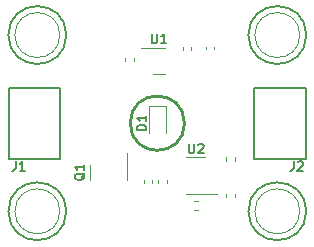
<source format=gbr>
%TF.GenerationSoftware,KiCad,Pcbnew,7.0.2-6a45011f42~172~ubuntu22.04.1*%
%TF.CreationDate,2023-09-15T13:09:00-07:00*%
%TF.ProjectId,i_control_led,695f636f-6e74-4726-9f6c-5f6c65642e6b,rev?*%
%TF.SameCoordinates,Original*%
%TF.FileFunction,Legend,Top*%
%TF.FilePolarity,Positive*%
%FSLAX46Y46*%
G04 Gerber Fmt 4.6, Leading zero omitted, Abs format (unit mm)*
G04 Created by KiCad (PCBNEW 7.0.2-6a45011f42~172~ubuntu22.04.1) date 2023-09-15 13:09:00*
%MOMM*%
%LPD*%
G01*
G04 APERTURE LIST*
%ADD10C,0.250000*%
%ADD11C,0.160000*%
%ADD12C,0.050000*%
%ADD13C,0.150000*%
%ADD14C,0.120000*%
G04 APERTURE END LIST*
D10*
X65000000Y-60000000D02*
G75*
G03*
X65000000Y-60000000I-2300000J0D01*
G01*
D11*
%TO.C,D1*%
X61770095Y-60590475D02*
X60970095Y-60590475D01*
X60970095Y-60590475D02*
X60970095Y-60399999D01*
X60970095Y-60399999D02*
X61008190Y-60285713D01*
X61008190Y-60285713D02*
X61084380Y-60209523D01*
X61084380Y-60209523D02*
X61160571Y-60171428D01*
X61160571Y-60171428D02*
X61312952Y-60133332D01*
X61312952Y-60133332D02*
X61427238Y-60133332D01*
X61427238Y-60133332D02*
X61579619Y-60171428D01*
X61579619Y-60171428D02*
X61655809Y-60209523D01*
X61655809Y-60209523D02*
X61732000Y-60285713D01*
X61732000Y-60285713D02*
X61770095Y-60399999D01*
X61770095Y-60399999D02*
X61770095Y-60590475D01*
X61770095Y-59371428D02*
X61770095Y-59828571D01*
X61770095Y-59599999D02*
X60970095Y-59599999D01*
X60970095Y-59599999D02*
X61084380Y-59676190D01*
X61084380Y-59676190D02*
X61160571Y-59752380D01*
X61160571Y-59752380D02*
X61198666Y-59828571D01*
%TO.C,J1*%
X50713333Y-63210095D02*
X50713333Y-63781523D01*
X50713333Y-63781523D02*
X50675238Y-63895809D01*
X50675238Y-63895809D02*
X50599047Y-63972000D01*
X50599047Y-63972000D02*
X50484762Y-64010095D01*
X50484762Y-64010095D02*
X50408571Y-64010095D01*
X51513333Y-64010095D02*
X51056190Y-64010095D01*
X51284762Y-64010095D02*
X51284762Y-63210095D01*
X51284762Y-63210095D02*
X51208571Y-63324380D01*
X51208571Y-63324380D02*
X51132381Y-63400571D01*
X51132381Y-63400571D02*
X51056190Y-63438666D01*
%TO.C,J2*%
X74253333Y-63210095D02*
X74253333Y-63781523D01*
X74253333Y-63781523D02*
X74215238Y-63895809D01*
X74215238Y-63895809D02*
X74139047Y-63972000D01*
X74139047Y-63972000D02*
X74024762Y-64010095D01*
X74024762Y-64010095D02*
X73948571Y-64010095D01*
X74596190Y-63286285D02*
X74634286Y-63248190D01*
X74634286Y-63248190D02*
X74710476Y-63210095D01*
X74710476Y-63210095D02*
X74900952Y-63210095D01*
X74900952Y-63210095D02*
X74977143Y-63248190D01*
X74977143Y-63248190D02*
X75015238Y-63286285D01*
X75015238Y-63286285D02*
X75053333Y-63362476D01*
X75053333Y-63362476D02*
X75053333Y-63438666D01*
X75053333Y-63438666D02*
X75015238Y-63552952D01*
X75015238Y-63552952D02*
X74558095Y-64010095D01*
X74558095Y-64010095D02*
X75053333Y-64010095D01*
%TO.C,U2*%
X65365476Y-61745095D02*
X65365476Y-62392714D01*
X65365476Y-62392714D02*
X65403571Y-62468904D01*
X65403571Y-62468904D02*
X65441666Y-62507000D01*
X65441666Y-62507000D02*
X65517857Y-62545095D01*
X65517857Y-62545095D02*
X65670238Y-62545095D01*
X65670238Y-62545095D02*
X65746428Y-62507000D01*
X65746428Y-62507000D02*
X65784523Y-62468904D01*
X65784523Y-62468904D02*
X65822619Y-62392714D01*
X65822619Y-62392714D02*
X65822619Y-61745095D01*
X66165475Y-61821285D02*
X66203571Y-61783190D01*
X66203571Y-61783190D02*
X66279761Y-61745095D01*
X66279761Y-61745095D02*
X66470237Y-61745095D01*
X66470237Y-61745095D02*
X66546428Y-61783190D01*
X66546428Y-61783190D02*
X66584523Y-61821285D01*
X66584523Y-61821285D02*
X66622618Y-61897476D01*
X66622618Y-61897476D02*
X66622618Y-61973666D01*
X66622618Y-61973666D02*
X66584523Y-62087952D01*
X66584523Y-62087952D02*
X66127380Y-62545095D01*
X66127380Y-62545095D02*
X66622618Y-62545095D01*
%TO.C,U1*%
X62215476Y-52410095D02*
X62215476Y-53057714D01*
X62215476Y-53057714D02*
X62253571Y-53133904D01*
X62253571Y-53133904D02*
X62291666Y-53172000D01*
X62291666Y-53172000D02*
X62367857Y-53210095D01*
X62367857Y-53210095D02*
X62520238Y-53210095D01*
X62520238Y-53210095D02*
X62596428Y-53172000D01*
X62596428Y-53172000D02*
X62634523Y-53133904D01*
X62634523Y-53133904D02*
X62672619Y-53057714D01*
X62672619Y-53057714D02*
X62672619Y-52410095D01*
X63472618Y-53210095D02*
X63015475Y-53210095D01*
X63244047Y-53210095D02*
X63244047Y-52410095D01*
X63244047Y-52410095D02*
X63167856Y-52524380D01*
X63167856Y-52524380D02*
X63091666Y-52600571D01*
X63091666Y-52600571D02*
X63015475Y-52638666D01*
%TO.C,Q1*%
X56571285Y-64226190D02*
X56533190Y-64302380D01*
X56533190Y-64302380D02*
X56457000Y-64378571D01*
X56457000Y-64378571D02*
X56342714Y-64492857D01*
X56342714Y-64492857D02*
X56304619Y-64569047D01*
X56304619Y-64569047D02*
X56304619Y-64645238D01*
X56495095Y-64607142D02*
X56457000Y-64683333D01*
X56457000Y-64683333D02*
X56380809Y-64759523D01*
X56380809Y-64759523D02*
X56228428Y-64797619D01*
X56228428Y-64797619D02*
X55961761Y-64797619D01*
X55961761Y-64797619D02*
X55809380Y-64759523D01*
X55809380Y-64759523D02*
X55733190Y-64683333D01*
X55733190Y-64683333D02*
X55695095Y-64607142D01*
X55695095Y-64607142D02*
X55695095Y-64454761D01*
X55695095Y-64454761D02*
X55733190Y-64378571D01*
X55733190Y-64378571D02*
X55809380Y-64302380D01*
X55809380Y-64302380D02*
X55961761Y-64264285D01*
X55961761Y-64264285D02*
X56228428Y-64264285D01*
X56228428Y-64264285D02*
X56380809Y-64302380D01*
X56380809Y-64302380D02*
X56457000Y-64378571D01*
X56457000Y-64378571D02*
X56495095Y-64454761D01*
X56495095Y-64454761D02*
X56495095Y-64607142D01*
X56495095Y-63502381D02*
X56495095Y-63959524D01*
X56495095Y-63730952D02*
X55695095Y-63730952D01*
X55695095Y-63730952D02*
X55809380Y-63807143D01*
X55809380Y-63807143D02*
X55885571Y-63883333D01*
X55885571Y-63883333D02*
X55923666Y-63959524D01*
D12*
%TO.C,M1*%
X54440000Y-52540000D02*
G75*
G03*
X54440000Y-52540000I-1900000J0D01*
G01*
D13*
X54990000Y-52540000D02*
G75*
G03*
X54990000Y-52540000I-2450000J0D01*
G01*
D12*
%TO.C,M2*%
X74760000Y-52540000D02*
G75*
G03*
X74760000Y-52540000I-1900000J0D01*
G01*
D13*
X75310000Y-52540000D02*
G75*
G03*
X75310000Y-52540000I-2450000J0D01*
G01*
D12*
%TO.C,M3*%
X74760000Y-67460000D02*
G75*
G03*
X74760000Y-67460000I-1900000J0D01*
G01*
D13*
X75310000Y-67460000D02*
G75*
G03*
X75310000Y-67460000I-2450000J0D01*
G01*
D12*
%TO.C,M4*%
X54440000Y-67460000D02*
G75*
G03*
X54440000Y-67460000I-1900000J0D01*
G01*
D13*
X54990000Y-67460000D02*
G75*
G03*
X54990000Y-67460000I-2450000J0D01*
G01*
D14*
%TO.C,D1*%
X63435000Y-58515000D02*
X61965000Y-58515000D01*
X61965000Y-58515000D02*
X61965000Y-60800000D01*
X63435000Y-60800000D02*
X63435000Y-58515000D01*
D13*
%TO.C,J1*%
X54475000Y-63000000D02*
X50125000Y-63000000D01*
X50125000Y-60000000D02*
X50125000Y-63000000D01*
X50125000Y-57000000D02*
X50125000Y-60000000D01*
X50125000Y-57000000D02*
X54475000Y-57000000D01*
X54475000Y-57000000D02*
X54475000Y-63000000D01*
%TO.C,J2*%
X70925000Y-57000000D02*
X75275000Y-57000000D01*
X75275000Y-60000000D02*
X75275000Y-57000000D01*
X75275000Y-63000000D02*
X75275000Y-60000000D01*
X75275000Y-63000000D02*
X70925000Y-63000000D01*
X70925000Y-63000000D02*
X70925000Y-57000000D01*
D14*
%TO.C,R1*%
X69250000Y-62896359D02*
X69250000Y-63203641D01*
X68490000Y-62896359D02*
X68490000Y-63203641D01*
%TO.C,U2*%
X65962500Y-65985000D02*
X67762500Y-65985000D01*
X65962500Y-65985000D02*
X65162500Y-65985000D01*
X65962500Y-62865000D02*
X66762500Y-62865000D01*
X65962500Y-62865000D02*
X65162500Y-62865000D01*
%TO.C,C4*%
X62790000Y-65057836D02*
X62790000Y-64842164D01*
X63510000Y-65057836D02*
X63510000Y-64842164D01*
%TO.C,U1*%
X61325000Y-53620000D02*
X63325000Y-53620000D01*
X63325000Y-55860000D02*
X62325000Y-55860000D01*
%TO.C,C3*%
X66780000Y-53757836D02*
X66780000Y-53542164D01*
X67500000Y-53757836D02*
X67500000Y-53542164D01*
%TO.C,R3*%
X68500000Y-66273641D02*
X68500000Y-65966359D01*
X69260000Y-66273641D02*
X69260000Y-65966359D01*
%TO.C,R2*%
X65811359Y-66595000D02*
X66118641Y-66595000D01*
X65811359Y-67355000D02*
X66118641Y-67355000D01*
%TO.C,C1*%
X65560000Y-53557164D02*
X65560000Y-53772836D01*
X64840000Y-53557164D02*
X64840000Y-53772836D01*
%TO.C,C5*%
X61565000Y-65062836D02*
X61565000Y-64847164D01*
X62285000Y-65062836D02*
X62285000Y-64847164D01*
%TO.C,Q1*%
X60110000Y-64162500D02*
X60110000Y-62487500D01*
X60110000Y-64162500D02*
X60110000Y-64812500D01*
X56990000Y-64162500D02*
X56990000Y-63512500D01*
X56990000Y-64162500D02*
X56990000Y-64812500D01*
%TO.C,C2*%
X59970000Y-54737836D02*
X59970000Y-54522164D01*
X60690000Y-54737836D02*
X60690000Y-54522164D01*
%TD*%
M02*

</source>
